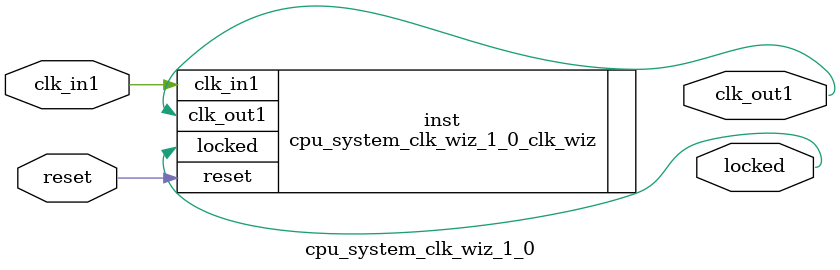
<source format=v>


`timescale 1ps/1ps

(* CORE_GENERATION_INFO = "cpu_system_clk_wiz_1_0,clk_wiz_v6_0_11_0_0,{component_name=cpu_system_clk_wiz_1_0,use_phase_alignment=true,use_min_o_jitter=false,use_max_i_jitter=false,use_dyn_phase_shift=false,use_inclk_switchover=false,use_dyn_reconfig=false,enable_axi=0,feedback_source=FDBK_AUTO,PRIMITIVE=MMCM,num_out_clk=1,clkin1_period=10.000,clkin2_period=10.000,use_power_down=false,use_reset=true,use_locked=true,use_inclk_stopped=false,feedback_type=SINGLE,CLOCK_MGR_TYPE=NA,manual_override=false}" *)

module cpu_system_clk_wiz_1_0 
 (
  // Clock out ports
  output        clk_out1,
  // Status and control signals
  input         reset,
  output        locked,
 // Clock in ports
  input         clk_in1
 );

  cpu_system_clk_wiz_1_0_clk_wiz inst
  (
  // Clock out ports  
  .clk_out1(clk_out1),
  // Status and control signals               
  .reset(reset), 
  .locked(locked),
 // Clock in ports
  .clk_in1(clk_in1)
  );

endmodule

</source>
